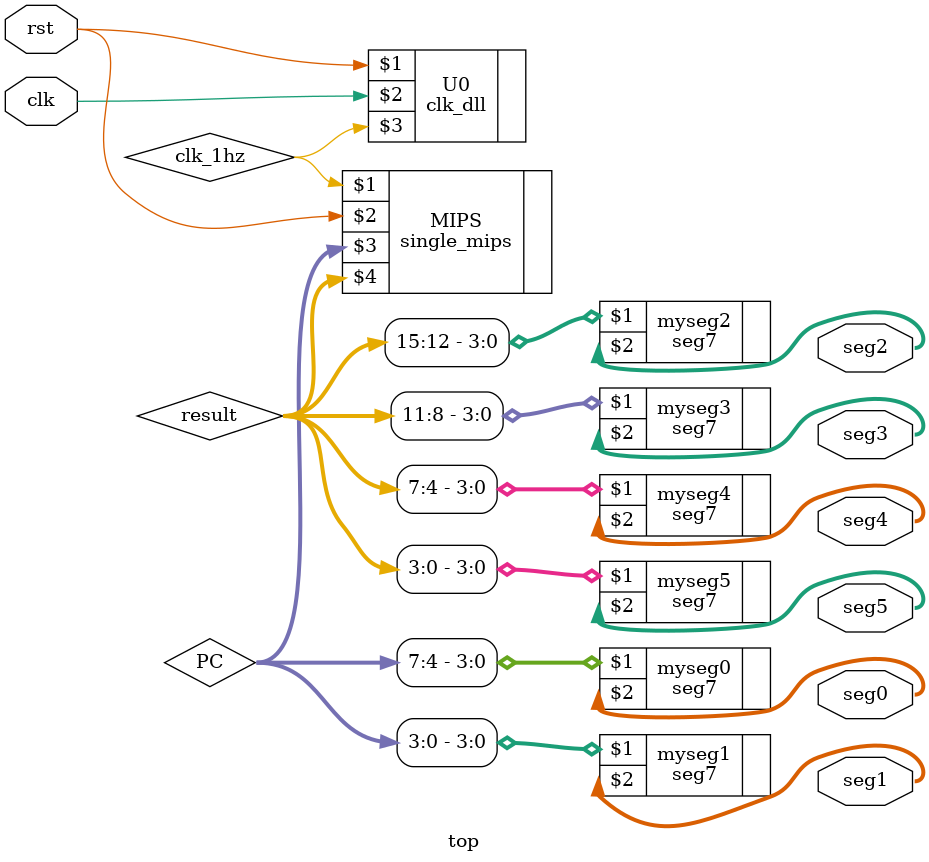
<source format=v>
`timescale 1ns / 1ps


module top(
    input clk,
    input rst,
    output [6:0] seg0,
    output [6:0] seg1,
    output [6:0] seg2,
    output [6:0] seg3,
    output [6:0] seg4,
    output [6:0] seg5
    );
    
    
    wire clk_1hz;
    clk_dll U0(
        rst,
        clk,
        clk_1hz
    );
    
    
    wire [31:0] PC;
    wire [31:0] result;
    single_mips MIPS(
        clk_1hz,
        rst,
        PC,
        result,
    );
    
    seg7 myseg0(PC[7:4], seg0);
    seg7 myseg1(PC[3:0], seg1);
    seg7 myseg2(result[15:12], seg2);
    seg7 myseg3(result[11:8], seg3);
    seg7 myseg4(result[7:4], seg4);
    seg7 myseg5(result[3:0], seg5);
    
endmodule

</source>
